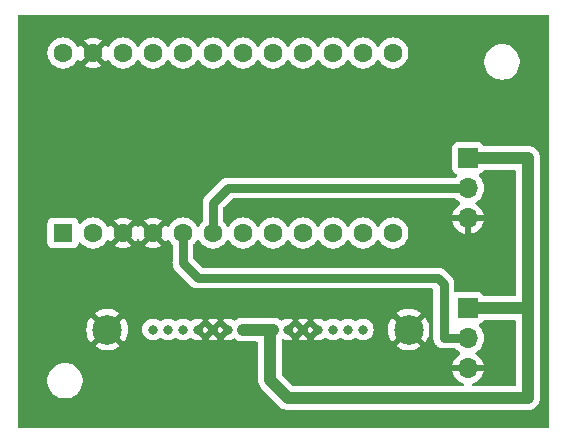
<source format=gtl>
G04 #@! TF.GenerationSoftware,KiCad,Pcbnew,7.0.1*
G04 #@! TF.CreationDate,2023-04-10T14:55:27+02:00*
G04 #@! TF.ProjectId,LightingNodeProV2,4c696768-7469-46e6-974e-6f646550726f,rev?*
G04 #@! TF.SameCoordinates,Original*
G04 #@! TF.FileFunction,Copper,L1,Top*
G04 #@! TF.FilePolarity,Positive*
%FSLAX46Y46*%
G04 Gerber Fmt 4.6, Leading zero omitted, Abs format (unit mm)*
G04 Created by KiCad (PCBNEW 7.0.1) date 2023-04-10 14:55:27*
%MOMM*%
%LPD*%
G01*
G04 APERTURE LIST*
G04 #@! TA.AperFunction,ComponentPad*
%ADD10R,1.700000X1.700000*%
G04 #@! TD*
G04 #@! TA.AperFunction,ComponentPad*
%ADD11O,1.700000X1.700000*%
G04 #@! TD*
G04 #@! TA.AperFunction,ComponentPad*
%ADD12R,1.600000X1.600000*%
G04 #@! TD*
G04 #@! TA.AperFunction,ComponentPad*
%ADD13C,1.600000*%
G04 #@! TD*
G04 #@! TA.AperFunction,ComponentPad*
%ADD14C,0.800000*%
G04 #@! TD*
G04 #@! TA.AperFunction,ComponentPad*
%ADD15C,2.500000*%
G04 #@! TD*
G04 #@! TA.AperFunction,Conductor*
%ADD16C,1.000000*%
G04 #@! TD*
G04 #@! TA.AperFunction,Conductor*
%ADD17C,0.750000*%
G04 #@! TD*
G04 APERTURE END LIST*
D10*
X160020000Y-87820000D03*
D11*
X160020000Y-90360000D03*
X160020000Y-92900000D03*
D12*
X125730000Y-94170000D03*
D13*
X128270000Y-94170000D03*
X130810000Y-94170000D03*
X133350000Y-94170000D03*
X135890000Y-94170000D03*
X138430000Y-94170000D03*
X140970000Y-94170000D03*
X143510000Y-94170000D03*
X146050000Y-94170000D03*
X148590000Y-94170000D03*
X151130000Y-94170000D03*
X153670000Y-94170000D03*
X153670000Y-78930000D03*
X151130000Y-78930000D03*
X148590000Y-78930000D03*
X146050000Y-78930000D03*
X143510000Y-78930000D03*
X140970000Y-78930000D03*
X138430000Y-78930000D03*
X135890000Y-78930000D03*
X133350000Y-78930000D03*
X130810000Y-78930000D03*
X128270000Y-78930000D03*
X125730000Y-78930000D03*
D14*
X133350000Y-102340000D03*
X134620000Y-102340000D03*
X135890000Y-102340000D03*
X137160000Y-102340000D03*
X138430000Y-102340000D03*
X139700000Y-102340000D03*
X140970000Y-102340000D03*
X142240000Y-102340000D03*
X143510000Y-102340000D03*
X144780000Y-102340000D03*
X146050000Y-102340000D03*
X147320000Y-102340000D03*
X148590000Y-102340000D03*
X149860000Y-102340000D03*
X151130000Y-102340000D03*
D15*
X129470000Y-102340000D03*
X155010000Y-102340000D03*
D10*
X160020000Y-100520000D03*
D11*
X160020000Y-103060000D03*
X160020000Y-105600000D03*
D16*
X143240000Y-106600000D02*
X144780000Y-108140000D01*
X143510000Y-102340000D02*
X140970000Y-102340000D01*
X143240000Y-102340000D02*
X143240000Y-106600000D01*
X144780000Y-108140000D02*
X165100000Y-108140000D01*
X160020000Y-100520000D02*
X165100000Y-100520000D01*
X165100000Y-87820000D02*
X160020000Y-87820000D01*
X165100000Y-108140000D02*
X165100000Y-87820000D01*
D17*
X137160000Y-97980000D02*
X157480000Y-97980000D01*
X157980000Y-103060000D02*
X160020000Y-103060000D01*
X135890000Y-96710000D02*
X137160000Y-97980000D01*
X135890000Y-94170000D02*
X135890000Y-96710000D01*
X157980000Y-98480000D02*
X157980000Y-103060000D01*
X157480000Y-97980000D02*
X157980000Y-98480000D01*
X139700000Y-90360000D02*
X160020000Y-90360000D01*
X138430000Y-91630000D02*
X139700000Y-90360000D01*
X138430000Y-94170000D02*
X138430000Y-91630000D01*
G04 #@! TA.AperFunction,Conductor*
G36*
X164029500Y-88845113D02*
G01*
X164074887Y-88890500D01*
X164091500Y-88952500D01*
X164091500Y-99387500D01*
X164074887Y-99449500D01*
X164029500Y-99494887D01*
X163967500Y-99511500D01*
X161439695Y-99511500D01*
X161390882Y-99501488D01*
X161349951Y-99473069D01*
X161323513Y-99430832D01*
X161320889Y-99423796D01*
X161293718Y-99387500D01*
X161233261Y-99306738D01*
X161116203Y-99219110D01*
X160979205Y-99168011D01*
X160948919Y-99164755D01*
X160918638Y-99161500D01*
X159121362Y-99161500D01*
X159090081Y-99164863D01*
X159060796Y-99168011D01*
X159030835Y-99179187D01*
X158972048Y-99186039D01*
X158916781Y-99164863D01*
X158877625Y-99120481D01*
X158863500Y-99063006D01*
X158863500Y-98559295D01*
X158865027Y-98539896D01*
X158867150Y-98526493D01*
X158863669Y-98460092D01*
X158863500Y-98453603D01*
X158863500Y-98433694D01*
X158863499Y-98433693D01*
X158861417Y-98413884D01*
X158860909Y-98407425D01*
X158857430Y-98341033D01*
X158857430Y-98341029D01*
X158853914Y-98327910D01*
X158850372Y-98308797D01*
X158848954Y-98295298D01*
X158828409Y-98232068D01*
X158826565Y-98225842D01*
X158809362Y-98161636D01*
X158803202Y-98149546D01*
X158795755Y-98131568D01*
X158791563Y-98118666D01*
X158758318Y-98061086D01*
X158755219Y-98055378D01*
X158725047Y-97996161D01*
X158716510Y-97985619D01*
X158705488Y-97969581D01*
X158698704Y-97957830D01*
X158654203Y-97908407D01*
X158650004Y-97903491D01*
X158637472Y-97888015D01*
X158623398Y-97873941D01*
X158618948Y-97869253D01*
X158574434Y-97819815D01*
X158567977Y-97815123D01*
X158563447Y-97811832D01*
X158548654Y-97799197D01*
X158160798Y-97411340D01*
X158148162Y-97396545D01*
X158140185Y-97385566D01*
X158138331Y-97383897D01*
X158090774Y-97341076D01*
X158086065Y-97336607D01*
X158071988Y-97322530D01*
X158064006Y-97316066D01*
X158056490Y-97309979D01*
X158051581Y-97305787D01*
X158002169Y-97261296D01*
X158002168Y-97261295D01*
X157990409Y-97254506D01*
X157974381Y-97243490D01*
X157963839Y-97234953D01*
X157963837Y-97234952D01*
X157963836Y-97234951D01*
X157904603Y-97204770D01*
X157898914Y-97201681D01*
X157841331Y-97168436D01*
X157841332Y-97168436D01*
X157841328Y-97168434D01*
X157828426Y-97164242D01*
X157810454Y-97156798D01*
X157798361Y-97150637D01*
X157734140Y-97133428D01*
X157727918Y-97131585D01*
X157664702Y-97111045D01*
X157651209Y-97109627D01*
X157632084Y-97106083D01*
X157618970Y-97102569D01*
X157552575Y-97099089D01*
X157546112Y-97098580D01*
X157526312Y-97096500D01*
X157526306Y-97096500D01*
X157506397Y-97096500D01*
X157499907Y-97096330D01*
X157433507Y-97092850D01*
X157433506Y-97092850D01*
X157420103Y-97094973D01*
X157400705Y-97096500D01*
X137577320Y-97096500D01*
X137529867Y-97087061D01*
X137489639Y-97060181D01*
X136809819Y-96380361D01*
X136782939Y-96340133D01*
X136773500Y-96292680D01*
X136773500Y-95188360D01*
X136782939Y-95140907D01*
X136809819Y-95100679D01*
X136845996Y-95064502D01*
X136896198Y-95014300D01*
X137027523Y-94826749D01*
X137047617Y-94783655D01*
X137093375Y-94731479D01*
X137160000Y-94712059D01*
X137226625Y-94731479D01*
X137272382Y-94783655D01*
X137292477Y-94826749D01*
X137423802Y-95014300D01*
X137585700Y-95176198D01*
X137773251Y-95307523D01*
X137980757Y-95404284D01*
X138201913Y-95463543D01*
X138430000Y-95483498D01*
X138658087Y-95463543D01*
X138879243Y-95404284D01*
X139086749Y-95307523D01*
X139274300Y-95176198D01*
X139436198Y-95014300D01*
X139567523Y-94826749D01*
X139587617Y-94783655D01*
X139633375Y-94731479D01*
X139700000Y-94712059D01*
X139766625Y-94731479D01*
X139812382Y-94783655D01*
X139832477Y-94826749D01*
X139963802Y-95014300D01*
X140125700Y-95176198D01*
X140313251Y-95307523D01*
X140520757Y-95404284D01*
X140741913Y-95463543D01*
X140970000Y-95483498D01*
X141198087Y-95463543D01*
X141419243Y-95404284D01*
X141626749Y-95307523D01*
X141814300Y-95176198D01*
X141976198Y-95014300D01*
X142107523Y-94826749D01*
X142127617Y-94783655D01*
X142173375Y-94731479D01*
X142240000Y-94712059D01*
X142306625Y-94731479D01*
X142352382Y-94783655D01*
X142372477Y-94826749D01*
X142503802Y-95014300D01*
X142665700Y-95176198D01*
X142853251Y-95307523D01*
X143060757Y-95404284D01*
X143281913Y-95463543D01*
X143510000Y-95483498D01*
X143738087Y-95463543D01*
X143959243Y-95404284D01*
X144166749Y-95307523D01*
X144354300Y-95176198D01*
X144516198Y-95014300D01*
X144647523Y-94826749D01*
X144667617Y-94783655D01*
X144713375Y-94731479D01*
X144780000Y-94712059D01*
X144846625Y-94731479D01*
X144892382Y-94783655D01*
X144912477Y-94826749D01*
X145043802Y-95014300D01*
X145205700Y-95176198D01*
X145393251Y-95307523D01*
X145600757Y-95404284D01*
X145821913Y-95463543D01*
X146050000Y-95483498D01*
X146278087Y-95463543D01*
X146499243Y-95404284D01*
X146706749Y-95307523D01*
X146894300Y-95176198D01*
X147056198Y-95014300D01*
X147187523Y-94826749D01*
X147207617Y-94783655D01*
X147253375Y-94731479D01*
X147320000Y-94712059D01*
X147386625Y-94731479D01*
X147432382Y-94783655D01*
X147452477Y-94826749D01*
X147583802Y-95014300D01*
X147745700Y-95176198D01*
X147933251Y-95307523D01*
X148140757Y-95404284D01*
X148361913Y-95463543D01*
X148590000Y-95483498D01*
X148818087Y-95463543D01*
X149039243Y-95404284D01*
X149246749Y-95307523D01*
X149434300Y-95176198D01*
X149596198Y-95014300D01*
X149727523Y-94826749D01*
X149747617Y-94783655D01*
X149793375Y-94731479D01*
X149860000Y-94712059D01*
X149926625Y-94731479D01*
X149972382Y-94783655D01*
X149992477Y-94826749D01*
X150123802Y-95014300D01*
X150285700Y-95176198D01*
X150473251Y-95307523D01*
X150680757Y-95404284D01*
X150901913Y-95463543D01*
X151130000Y-95483498D01*
X151358087Y-95463543D01*
X151579243Y-95404284D01*
X151786749Y-95307523D01*
X151974300Y-95176198D01*
X152136198Y-95014300D01*
X152267523Y-94826749D01*
X152287617Y-94783655D01*
X152333375Y-94731479D01*
X152400000Y-94712059D01*
X152466625Y-94731479D01*
X152512382Y-94783655D01*
X152532477Y-94826749D01*
X152663802Y-95014300D01*
X152825700Y-95176198D01*
X153013251Y-95307523D01*
X153220757Y-95404284D01*
X153441913Y-95463543D01*
X153670000Y-95483498D01*
X153898087Y-95463543D01*
X154119243Y-95404284D01*
X154326749Y-95307523D01*
X154514300Y-95176198D01*
X154676198Y-95014300D01*
X154807523Y-94826749D01*
X154904284Y-94619243D01*
X154963543Y-94398087D01*
X154983498Y-94170000D01*
X154963543Y-93941913D01*
X154904284Y-93720757D01*
X154807523Y-93513251D01*
X154676198Y-93325700D01*
X154514300Y-93163802D01*
X154494589Y-93150000D01*
X158689364Y-93150000D01*
X158746569Y-93363492D01*
X158846399Y-93577576D01*
X158981893Y-93771081D01*
X159148918Y-93938106D01*
X159342423Y-94073600D01*
X159556507Y-94173430D01*
X159769999Y-94230635D01*
X159770000Y-94230636D01*
X159770000Y-93150000D01*
X160270000Y-93150000D01*
X160270000Y-94230635D01*
X160483492Y-94173430D01*
X160697576Y-94073600D01*
X160891081Y-93938106D01*
X161058106Y-93771081D01*
X161193600Y-93577576D01*
X161293430Y-93363492D01*
X161350636Y-93150000D01*
X160270000Y-93150000D01*
X159770000Y-93150000D01*
X158689364Y-93150000D01*
X154494589Y-93150000D01*
X154326749Y-93032477D01*
X154326746Y-93032476D01*
X154326744Y-93032474D01*
X154119246Y-92935717D01*
X154119243Y-92935716D01*
X153929440Y-92884858D01*
X153898084Y-92876456D01*
X153669999Y-92856501D01*
X153441915Y-92876456D01*
X153220753Y-92935717D01*
X153013255Y-93032474D01*
X152825696Y-93163805D01*
X152663805Y-93325696D01*
X152663804Y-93325698D01*
X152663802Y-93325700D01*
X152580599Y-93444527D01*
X152532476Y-93513253D01*
X152512382Y-93556345D01*
X152466625Y-93608521D01*
X152400000Y-93627940D01*
X152333375Y-93608521D01*
X152287618Y-93556345D01*
X152286214Y-93553334D01*
X152267523Y-93513251D01*
X152136198Y-93325700D01*
X151974300Y-93163802D01*
X151786749Y-93032477D01*
X151786746Y-93032476D01*
X151786744Y-93032474D01*
X151579246Y-92935717D01*
X151579243Y-92935716D01*
X151389440Y-92884858D01*
X151358084Y-92876456D01*
X151129999Y-92856501D01*
X150901915Y-92876456D01*
X150680753Y-92935717D01*
X150473255Y-93032474D01*
X150285696Y-93163805D01*
X150123805Y-93325696D01*
X150123804Y-93325698D01*
X150123802Y-93325700D01*
X150040599Y-93444527D01*
X149992476Y-93513253D01*
X149972382Y-93556345D01*
X149926625Y-93608521D01*
X149860000Y-93627940D01*
X149793375Y-93608521D01*
X149747618Y-93556345D01*
X149746214Y-93553334D01*
X149727523Y-93513251D01*
X149596198Y-93325700D01*
X149434300Y-93163802D01*
X149246749Y-93032477D01*
X149246746Y-93032476D01*
X149246744Y-93032474D01*
X149039246Y-92935717D01*
X149039243Y-92935716D01*
X148849440Y-92884858D01*
X148818084Y-92876456D01*
X148589999Y-92856501D01*
X148361915Y-92876456D01*
X148140753Y-92935717D01*
X147933255Y-93032474D01*
X147745696Y-93163805D01*
X147583805Y-93325696D01*
X147583804Y-93325698D01*
X147583802Y-93325700D01*
X147500599Y-93444527D01*
X147452476Y-93513253D01*
X147432382Y-93556345D01*
X147386625Y-93608521D01*
X147320000Y-93627940D01*
X147253375Y-93608521D01*
X147207618Y-93556345D01*
X147206214Y-93553334D01*
X147187523Y-93513251D01*
X147056198Y-93325700D01*
X146894300Y-93163802D01*
X146706749Y-93032477D01*
X146706746Y-93032476D01*
X146706744Y-93032474D01*
X146499246Y-92935717D01*
X146499243Y-92935716D01*
X146309440Y-92884858D01*
X146278084Y-92876456D01*
X146049999Y-92856501D01*
X145821915Y-92876456D01*
X145600753Y-92935717D01*
X145393255Y-93032474D01*
X145205696Y-93163805D01*
X145043805Y-93325696D01*
X145043804Y-93325698D01*
X145043802Y-93325700D01*
X144960599Y-93444527D01*
X144912476Y-93513253D01*
X144892382Y-93556345D01*
X144846625Y-93608521D01*
X144780000Y-93627940D01*
X144713375Y-93608521D01*
X144667618Y-93556345D01*
X144666214Y-93553334D01*
X144647523Y-93513251D01*
X144516198Y-93325700D01*
X144354300Y-93163802D01*
X144166749Y-93032477D01*
X144166746Y-93032476D01*
X144166744Y-93032474D01*
X143959246Y-92935717D01*
X143959243Y-92935716D01*
X143769440Y-92884858D01*
X143738084Y-92876456D01*
X143509999Y-92856501D01*
X143281915Y-92876456D01*
X143060753Y-92935717D01*
X142853255Y-93032474D01*
X142665696Y-93163805D01*
X142503805Y-93325696D01*
X142503804Y-93325698D01*
X142503802Y-93325700D01*
X142420599Y-93444527D01*
X142372476Y-93513253D01*
X142352382Y-93556345D01*
X142306625Y-93608521D01*
X142240000Y-93627940D01*
X142173375Y-93608521D01*
X142127618Y-93556345D01*
X142126214Y-93553334D01*
X142107523Y-93513251D01*
X141976198Y-93325700D01*
X141814300Y-93163802D01*
X141626749Y-93032477D01*
X141626746Y-93032476D01*
X141626744Y-93032474D01*
X141419246Y-92935717D01*
X141419243Y-92935716D01*
X141229440Y-92884858D01*
X141198084Y-92876456D01*
X140969999Y-92856501D01*
X140741915Y-92876456D01*
X140520753Y-92935717D01*
X140313255Y-93032474D01*
X140125696Y-93163805D01*
X139963805Y-93325696D01*
X139963804Y-93325698D01*
X139963802Y-93325700D01*
X139880599Y-93444527D01*
X139832476Y-93513253D01*
X139812382Y-93556345D01*
X139766625Y-93608521D01*
X139700000Y-93627940D01*
X139633375Y-93608521D01*
X139587618Y-93556345D01*
X139586214Y-93553334D01*
X139567523Y-93513251D01*
X139436198Y-93325700D01*
X139349819Y-93239321D01*
X139322939Y-93199093D01*
X139313500Y-93151640D01*
X139313500Y-92047320D01*
X139322939Y-91999867D01*
X139349819Y-91959639D01*
X140029639Y-91279819D01*
X140069867Y-91252939D01*
X140117320Y-91243500D01*
X158932447Y-91243500D01*
X158982257Y-91253944D01*
X159023676Y-91283517D01*
X159038423Y-91299536D01*
X159096760Y-91362906D01*
X159274424Y-91501189D01*
X159317697Y-91524607D01*
X159363336Y-91567156D01*
X159382475Y-91626545D01*
X159370267Y-91687737D01*
X159329803Y-91735236D01*
X159148918Y-91861893D01*
X158981890Y-92028921D01*
X158846400Y-92222421D01*
X158746569Y-92436507D01*
X158689364Y-92649999D01*
X158689364Y-92650000D01*
X161350636Y-92650000D01*
X161350635Y-92649999D01*
X161293430Y-92436507D01*
X161193599Y-92222421D01*
X161058109Y-92028921D01*
X160891081Y-91861893D01*
X160710197Y-91735236D01*
X160669733Y-91687737D01*
X160657525Y-91626545D01*
X160676664Y-91567156D01*
X160722302Y-91524607D01*
X160765576Y-91501189D01*
X160943240Y-91362906D01*
X161095722Y-91197268D01*
X161218860Y-91008791D01*
X161309296Y-90802616D01*
X161364564Y-90584368D01*
X161383156Y-90360000D01*
X161364564Y-90135632D01*
X161309296Y-89917384D01*
X161218860Y-89711209D01*
X161095722Y-89522732D01*
X161095721Y-89522731D01*
X161095718Y-89522726D01*
X160950510Y-89364990D01*
X160921736Y-89312238D01*
X160921143Y-89252151D01*
X160948870Y-89198840D01*
X160998401Y-89164827D01*
X161116204Y-89120889D01*
X161233261Y-89033261D01*
X161320889Y-88916204D01*
X161323513Y-88909166D01*
X161349951Y-88866931D01*
X161390882Y-88838512D01*
X161439695Y-88828500D01*
X163967500Y-88828500D01*
X164029500Y-88845113D01*
G37*
G04 #@! TD.AperFunction*
G04 #@! TA.AperFunction,Conductor*
G36*
X166857500Y-75697113D02*
G01*
X166902887Y-75742500D01*
X166919500Y-75804500D01*
X166919500Y-110555500D01*
X166902887Y-110617500D01*
X166857500Y-110662887D01*
X166795500Y-110679500D01*
X122044500Y-110679500D01*
X121982500Y-110662887D01*
X121937113Y-110617500D01*
X121920500Y-110555500D01*
X121920500Y-106804335D01*
X124419500Y-106804335D01*
X124460429Y-107049615D01*
X124499356Y-107163004D01*
X124541172Y-107284810D01*
X124558359Y-107316568D01*
X124659529Y-107503514D01*
X124795036Y-107677612D01*
X124812262Y-107699744D01*
X124995215Y-107868164D01*
X125203393Y-108004173D01*
X125431119Y-108104063D01*
X125672179Y-108165108D01*
X125746480Y-108171264D01*
X125857927Y-108180500D01*
X125857933Y-108180500D01*
X125982067Y-108180500D01*
X125982073Y-108180500D01*
X126083387Y-108172104D01*
X126167821Y-108165108D01*
X126408881Y-108104063D01*
X126636607Y-108004173D01*
X126844785Y-107868164D01*
X127027738Y-107699744D01*
X127180474Y-107503509D01*
X127298828Y-107284810D01*
X127379571Y-107049614D01*
X127420500Y-106804335D01*
X127420500Y-106555665D01*
X127379571Y-106310386D01*
X127298828Y-106075190D01*
X127180474Y-105856491D01*
X127180471Y-105856487D01*
X127180470Y-105856485D01*
X127027740Y-105660259D01*
X127027738Y-105660256D01*
X126844785Y-105491836D01*
X126636607Y-105355827D01*
X126636604Y-105355825D01*
X126511523Y-105300960D01*
X126408881Y-105255937D01*
X126167821Y-105194892D01*
X126167819Y-105194891D01*
X126167816Y-105194891D01*
X125982073Y-105179500D01*
X125982067Y-105179500D01*
X125857933Y-105179500D01*
X125857927Y-105179500D01*
X125672183Y-105194891D01*
X125672179Y-105194891D01*
X125672179Y-105194892D01*
X125431119Y-105255937D01*
X125431116Y-105255938D01*
X125431117Y-105255938D01*
X125203395Y-105355825D01*
X125064607Y-105446499D01*
X124995215Y-105491836D01*
X124995213Y-105491837D01*
X124995214Y-105491837D01*
X124812259Y-105660259D01*
X124659529Y-105856485D01*
X124541170Y-106075194D01*
X124460429Y-106310384D01*
X124419500Y-106555665D01*
X124419500Y-106804335D01*
X121920500Y-106804335D01*
X121920500Y-103742720D01*
X128420831Y-103742720D01*
X128592546Y-103859793D01*
X128828860Y-103973596D01*
X129079496Y-104050908D01*
X129338856Y-104090000D01*
X129601144Y-104090000D01*
X129860503Y-104050908D01*
X130111139Y-103973596D01*
X130347456Y-103859792D01*
X130519167Y-103742720D01*
X129470001Y-102693553D01*
X129470000Y-102693553D01*
X128420831Y-103742720D01*
X121920500Y-103742720D01*
X121920500Y-102339999D01*
X127715092Y-102339999D01*
X127734693Y-102601552D01*
X127793059Y-102857270D01*
X127888882Y-103101424D01*
X128020027Y-103328573D01*
X128067873Y-103388571D01*
X129116446Y-102340000D01*
X129116446Y-102339999D01*
X129823552Y-102339999D01*
X130872124Y-103388571D01*
X130919972Y-103328572D01*
X131051117Y-103101423D01*
X131146940Y-102857270D01*
X131205306Y-102601552D01*
X131224907Y-102340000D01*
X132436496Y-102340000D01*
X132456458Y-102529929D01*
X132515472Y-102711556D01*
X132610957Y-102876941D01*
X132640355Y-102909591D01*
X132738747Y-103018866D01*
X132892520Y-103130589D01*
X132893248Y-103131118D01*
X133067714Y-103208795D01*
X133254511Y-103248500D01*
X133254513Y-103248500D01*
X133445487Y-103248500D01*
X133445489Y-103248500D01*
X133632285Y-103208795D01*
X133632286Y-103208794D01*
X133632288Y-103208794D01*
X133806752Y-103131118D01*
X133912116Y-103054565D01*
X133959219Y-103033595D01*
X134010781Y-103033595D01*
X134057883Y-103054565D01*
X134162520Y-103130589D01*
X134163248Y-103131118D01*
X134337714Y-103208795D01*
X134524511Y-103248500D01*
X134524513Y-103248500D01*
X134715487Y-103248500D01*
X134715489Y-103248500D01*
X134902285Y-103208795D01*
X134902286Y-103208794D01*
X134902288Y-103208794D01*
X135076752Y-103131118D01*
X135182116Y-103054565D01*
X135229219Y-103033595D01*
X135280781Y-103033595D01*
X135327883Y-103054565D01*
X135432520Y-103130589D01*
X135433248Y-103131118D01*
X135607714Y-103208795D01*
X135794511Y-103248500D01*
X135794513Y-103248500D01*
X135985487Y-103248500D01*
X135985489Y-103248500D01*
X136172285Y-103208795D01*
X136172286Y-103208794D01*
X136172288Y-103208794D01*
X136346752Y-103131118D01*
X136459346Y-103049312D01*
X136506448Y-103028342D01*
X136558011Y-103028342D01*
X136605116Y-103049314D01*
X136707521Y-103123716D01*
X136880355Y-103200666D01*
X137065405Y-103240000D01*
X137254594Y-103240000D01*
X137439644Y-103200665D01*
X137597037Y-103130589D01*
X137992961Y-103130589D01*
X138150357Y-103200666D01*
X138335405Y-103240000D01*
X138524594Y-103240000D01*
X138709644Y-103200665D01*
X138867037Y-103130589D01*
X138430001Y-102693553D01*
X138430000Y-102693553D01*
X137992961Y-103130589D01*
X137597037Y-103130589D01*
X136894128Y-102427680D01*
X136862034Y-102372092D01*
X136862034Y-102340000D01*
X137513553Y-102340000D01*
X137795000Y-102621447D01*
X138076447Y-102340000D01*
X138783553Y-102340000D01*
X139065000Y-102621447D01*
X139346447Y-102340000D01*
X139065000Y-102058553D01*
X138783553Y-102340000D01*
X138076447Y-102340000D01*
X137795000Y-102058553D01*
X137513553Y-102340000D01*
X136862034Y-102340000D01*
X136862034Y-102307905D01*
X136894128Y-102252318D01*
X137160000Y-101986447D01*
X137597037Y-101549409D01*
X137992961Y-101549409D01*
X138430000Y-101986447D01*
X138430001Y-101986447D01*
X138867037Y-101549409D01*
X138709644Y-101479333D01*
X138524595Y-101440000D01*
X138335405Y-101440000D01*
X138150355Y-101479333D01*
X137992961Y-101549409D01*
X137597037Y-101549409D01*
X137439644Y-101479333D01*
X137254595Y-101440000D01*
X137065405Y-101440000D01*
X136880355Y-101479333D01*
X136707522Y-101556283D01*
X136605115Y-101630686D01*
X136558010Y-101651657D01*
X136506449Y-101651657D01*
X136459344Y-101630685D01*
X136346751Y-101548881D01*
X136172285Y-101471204D01*
X135985489Y-101431500D01*
X135985487Y-101431500D01*
X135794513Y-101431500D01*
X135794511Y-101431500D01*
X135607714Y-101471204D01*
X135433245Y-101548882D01*
X135327884Y-101625432D01*
X135280780Y-101646404D01*
X135229217Y-101646404D01*
X135182114Y-101625432D01*
X135100241Y-101565948D01*
X135076751Y-101548881D01*
X134902285Y-101471204D01*
X134715489Y-101431500D01*
X134715487Y-101431500D01*
X134524513Y-101431500D01*
X134524511Y-101431500D01*
X134337714Y-101471204D01*
X134163245Y-101548882D01*
X134057884Y-101625432D01*
X134010780Y-101646404D01*
X133959217Y-101646404D01*
X133912114Y-101625432D01*
X133830241Y-101565948D01*
X133806751Y-101548881D01*
X133632285Y-101471204D01*
X133445489Y-101431500D01*
X133445487Y-101431500D01*
X133254513Y-101431500D01*
X133254511Y-101431500D01*
X133067714Y-101471204D01*
X132893248Y-101548881D01*
X132738748Y-101661133D01*
X132610957Y-101803058D01*
X132515472Y-101968443D01*
X132456458Y-102150070D01*
X132436496Y-102340000D01*
X131224907Y-102340000D01*
X131205306Y-102078447D01*
X131146940Y-101822729D01*
X131051117Y-101578575D01*
X130919972Y-101351426D01*
X130872125Y-101291427D01*
X129823552Y-102339999D01*
X129116446Y-102339999D01*
X129116446Y-102339998D01*
X128067874Y-101291428D01*
X128020026Y-101351428D01*
X127888882Y-101578576D01*
X127793059Y-101822729D01*
X127734693Y-102078447D01*
X127715092Y-102339999D01*
X121920500Y-102339999D01*
X121920500Y-100937278D01*
X128420831Y-100937278D01*
X129469998Y-101986446D01*
X129469999Y-101986446D01*
X130519167Y-100937278D01*
X153960832Y-100937278D01*
X155010000Y-101986446D01*
X155010001Y-101986446D01*
X156059167Y-100937278D01*
X155887451Y-100820205D01*
X155651139Y-100706403D01*
X155400503Y-100629091D01*
X155141144Y-100590000D01*
X154878856Y-100590000D01*
X154619496Y-100629091D01*
X154368860Y-100706403D01*
X154132545Y-100820206D01*
X153960832Y-100937278D01*
X130519167Y-100937278D01*
X130347451Y-100820205D01*
X130111139Y-100706403D01*
X129860503Y-100629091D01*
X129601144Y-100590000D01*
X129338856Y-100590000D01*
X129079496Y-100629091D01*
X128828860Y-100706403D01*
X128592545Y-100820206D01*
X128420831Y-100937278D01*
X121920500Y-100937278D01*
X121920500Y-95018634D01*
X124421500Y-95018634D01*
X124428011Y-95079205D01*
X124479110Y-95216203D01*
X124566738Y-95333261D01*
X124683796Y-95420889D01*
X124820794Y-95471988D01*
X124820797Y-95471988D01*
X124820799Y-95471989D01*
X124881362Y-95478500D01*
X126578634Y-95478500D01*
X126578638Y-95478500D01*
X126639201Y-95471989D01*
X126639203Y-95471988D01*
X126639205Y-95471988D01*
X126717124Y-95442924D01*
X126776204Y-95420889D01*
X126893261Y-95333261D01*
X126980889Y-95216204D01*
X127031989Y-95079201D01*
X127033569Y-95064500D01*
X127053948Y-95008580D01*
X127098037Y-94968596D01*
X127155679Y-94953762D01*
X127213592Y-94967496D01*
X127258431Y-95006629D01*
X127263802Y-95014300D01*
X127425700Y-95176198D01*
X127613251Y-95307523D01*
X127820757Y-95404284D01*
X128041913Y-95463543D01*
X128270000Y-95483498D01*
X128498087Y-95463543D01*
X128719243Y-95404284D01*
X128926749Y-95307523D01*
X129010291Y-95249026D01*
X130084526Y-95249026D01*
X130157515Y-95300133D01*
X130363673Y-95396266D01*
X130583397Y-95455141D01*
X130810000Y-95474966D01*
X131036602Y-95455141D01*
X131256326Y-95396266D01*
X131462480Y-95300134D01*
X131535471Y-95249026D01*
X132624526Y-95249026D01*
X132697515Y-95300133D01*
X132903673Y-95396266D01*
X133123397Y-95455141D01*
X133350000Y-95474966D01*
X133576602Y-95455141D01*
X133796326Y-95396266D01*
X134002480Y-95300134D01*
X134075472Y-95249025D01*
X133350001Y-94523553D01*
X133350000Y-94523553D01*
X132624526Y-95249025D01*
X132624526Y-95249026D01*
X131535471Y-95249026D01*
X131535472Y-95249025D01*
X130810001Y-94523553D01*
X130810000Y-94523553D01*
X130084526Y-95249025D01*
X130084526Y-95249026D01*
X129010291Y-95249026D01*
X129114300Y-95176198D01*
X129276198Y-95014300D01*
X129407523Y-94826749D01*
X129432308Y-94773596D01*
X129478061Y-94721424D01*
X129544686Y-94702003D01*
X129611312Y-94721422D01*
X129657070Y-94773597D01*
X129679867Y-94822485D01*
X129730972Y-94895471D01*
X129730973Y-94895472D01*
X130456446Y-94170000D01*
X130456446Y-94169999D01*
X131163553Y-94169999D01*
X131889025Y-94895472D01*
X131940135Y-94822479D01*
X131967618Y-94763543D01*
X132013375Y-94711367D01*
X132080000Y-94691947D01*
X132146625Y-94711367D01*
X132192382Y-94763543D01*
X132219865Y-94822482D01*
X132270972Y-94895471D01*
X132270973Y-94895472D01*
X132996446Y-94169999D01*
X133703553Y-94169999D01*
X134429025Y-94895472D01*
X134480133Y-94822481D01*
X134502927Y-94773600D01*
X134548683Y-94721423D01*
X134615309Y-94702003D01*
X134681934Y-94721422D01*
X134727692Y-94773598D01*
X134752475Y-94826746D01*
X134752476Y-94826748D01*
X134752477Y-94826749D01*
X134883802Y-95014300D01*
X134883804Y-95014302D01*
X134883805Y-95014303D01*
X134970181Y-95100679D01*
X134997061Y-95140907D01*
X135006500Y-95188360D01*
X135006500Y-96630705D01*
X135004973Y-96650104D01*
X135002850Y-96663506D01*
X135006330Y-96729907D01*
X135006500Y-96736397D01*
X135006500Y-96756312D01*
X135008580Y-96776112D01*
X135009089Y-96782575D01*
X135012569Y-96848970D01*
X135016083Y-96862084D01*
X135019627Y-96881209D01*
X135021045Y-96894702D01*
X135041585Y-96957918D01*
X135043428Y-96964140D01*
X135060637Y-97028361D01*
X135066798Y-97040454D01*
X135074242Y-97058426D01*
X135078434Y-97071328D01*
X135078436Y-97071331D01*
X135111681Y-97128914D01*
X135114770Y-97134603D01*
X135128336Y-97161227D01*
X135144953Y-97193839D01*
X135153490Y-97204381D01*
X135164506Y-97220409D01*
X135171296Y-97232169D01*
X135215787Y-97281581D01*
X135219979Y-97286490D01*
X135232528Y-97301986D01*
X135232530Y-97301988D01*
X135246608Y-97316066D01*
X135251077Y-97320775D01*
X135295566Y-97370185D01*
X135306545Y-97378162D01*
X135321340Y-97390798D01*
X136479201Y-98548659D01*
X136491839Y-98563456D01*
X136499814Y-98574434D01*
X136549223Y-98618921D01*
X136553931Y-98623389D01*
X136568014Y-98637472D01*
X136583505Y-98650017D01*
X136588420Y-98654214D01*
X136637831Y-98698704D01*
X136649583Y-98705489D01*
X136665617Y-98716508D01*
X136676161Y-98725047D01*
X136735388Y-98755224D01*
X136741086Y-98758318D01*
X136798666Y-98791563D01*
X136811568Y-98795755D01*
X136829546Y-98803202D01*
X136841636Y-98809362D01*
X136905842Y-98826565D01*
X136912068Y-98828409D01*
X136936508Y-98836350D01*
X136975298Y-98848954D01*
X136988797Y-98850372D01*
X137007910Y-98853914D01*
X137021029Y-98857430D01*
X137087417Y-98860908D01*
X137093884Y-98861417D01*
X137113694Y-98863500D01*
X137133616Y-98863500D01*
X137140105Y-98863670D01*
X137206493Y-98867149D01*
X137217937Y-98865336D01*
X137219899Y-98865026D01*
X137239294Y-98863500D01*
X156972500Y-98863500D01*
X157034500Y-98880113D01*
X157079887Y-98925500D01*
X157096500Y-98987500D01*
X157096500Y-102967140D01*
X157096500Y-103152860D01*
X157099335Y-103166197D01*
X157104827Y-103192036D01*
X157106856Y-103204851D01*
X157111045Y-103244698D01*
X157111045Y-103244700D01*
X157111046Y-103244702D01*
X157122345Y-103279477D01*
X157123425Y-103282801D01*
X157126783Y-103295333D01*
X157135113Y-103334521D01*
X157135114Y-103334523D01*
X157151405Y-103371116D01*
X157156054Y-103383226D01*
X157168436Y-103421332D01*
X157188469Y-103456030D01*
X157194359Y-103467589D01*
X157210652Y-103504183D01*
X157210653Y-103504184D01*
X157234193Y-103536584D01*
X157241264Y-103547472D01*
X157261295Y-103582169D01*
X157288102Y-103611941D01*
X157296270Y-103622028D01*
X157319813Y-103654432D01*
X157349582Y-103681236D01*
X157358761Y-103690415D01*
X157385566Y-103720185D01*
X157417976Y-103743732D01*
X157428057Y-103751895D01*
X157457831Y-103778704D01*
X157492525Y-103798734D01*
X157503404Y-103805799D01*
X157535816Y-103829348D01*
X157535817Y-103829348D01*
X157535818Y-103829349D01*
X157572412Y-103845642D01*
X157583969Y-103851530D01*
X157618669Y-103871564D01*
X157656777Y-103883945D01*
X157668883Y-103888593D01*
X157680937Y-103893960D01*
X157705480Y-103904888D01*
X157744661Y-103913216D01*
X157757199Y-103916575D01*
X157795297Y-103928954D01*
X157802213Y-103929680D01*
X157835145Y-103933141D01*
X157847944Y-103935168D01*
X157887140Y-103943500D01*
X157933694Y-103943500D01*
X158072860Y-103943500D01*
X158932447Y-103943500D01*
X158982257Y-103953944D01*
X159023676Y-103983517D01*
X159085715Y-104050908D01*
X159096760Y-104062906D01*
X159274424Y-104201189D01*
X159317697Y-104224607D01*
X159363336Y-104267156D01*
X159382475Y-104326545D01*
X159370267Y-104387737D01*
X159329803Y-104435236D01*
X159148918Y-104561893D01*
X158981890Y-104728921D01*
X158846400Y-104922421D01*
X158746569Y-105136507D01*
X158689364Y-105349999D01*
X158689364Y-105350000D01*
X161350636Y-105350000D01*
X161350635Y-105349999D01*
X161293430Y-105136507D01*
X161193599Y-104922421D01*
X161058109Y-104728921D01*
X160891081Y-104561893D01*
X160710197Y-104435236D01*
X160669733Y-104387737D01*
X160657525Y-104326545D01*
X160676664Y-104267156D01*
X160722302Y-104224607D01*
X160765576Y-104201189D01*
X160943240Y-104062906D01*
X161095722Y-103897268D01*
X161218860Y-103708791D01*
X161309296Y-103502616D01*
X161364564Y-103284368D01*
X161383156Y-103060000D01*
X161364564Y-102835632D01*
X161309296Y-102617384D01*
X161218860Y-102411209D01*
X161095722Y-102222732D01*
X161095721Y-102222731D01*
X161095718Y-102222726D01*
X160950510Y-102064990D01*
X160921736Y-102012238D01*
X160921143Y-101952151D01*
X160948870Y-101898840D01*
X160998401Y-101864827D01*
X161116204Y-101820889D01*
X161233261Y-101733261D01*
X161320889Y-101616204D01*
X161323513Y-101609166D01*
X161349951Y-101566931D01*
X161390882Y-101538512D01*
X161439695Y-101528500D01*
X163967500Y-101528500D01*
X164029500Y-101545113D01*
X164074887Y-101590500D01*
X164091500Y-101652500D01*
X164091500Y-107007500D01*
X164074887Y-107069500D01*
X164029500Y-107114887D01*
X163967500Y-107131500D01*
X160462239Y-107131500D01*
X160404982Y-107117489D01*
X160360664Y-107078624D01*
X160339300Y-107023685D01*
X160345717Y-106965090D01*
X160378466Y-106916078D01*
X160430145Y-106887725D01*
X160483492Y-106873430D01*
X160697576Y-106773600D01*
X160891081Y-106638106D01*
X161058106Y-106471081D01*
X161193600Y-106277576D01*
X161293430Y-106063492D01*
X161350636Y-105850000D01*
X158689364Y-105850000D01*
X158746569Y-106063492D01*
X158846399Y-106277576D01*
X158981893Y-106471081D01*
X159148918Y-106638106D01*
X159342423Y-106773600D01*
X159556507Y-106873430D01*
X159609855Y-106887725D01*
X159661534Y-106916078D01*
X159694283Y-106965090D01*
X159700700Y-107023685D01*
X159679336Y-107078624D01*
X159635018Y-107117489D01*
X159577761Y-107131500D01*
X145249096Y-107131500D01*
X145201643Y-107122061D01*
X145161415Y-107095181D01*
X144284819Y-106218585D01*
X144257939Y-106178357D01*
X144248500Y-106130904D01*
X144248500Y-103742720D01*
X153960831Y-103742720D01*
X154132546Y-103859793D01*
X154368860Y-103973596D01*
X154619496Y-104050908D01*
X154878856Y-104090000D01*
X155141144Y-104090000D01*
X155400503Y-104050908D01*
X155651139Y-103973596D01*
X155887456Y-103859792D01*
X156059167Y-103742720D01*
X155010001Y-102693553D01*
X155010000Y-102693553D01*
X153960831Y-103742720D01*
X144248500Y-103742720D01*
X144248500Y-103279477D01*
X144263527Y-103220309D01*
X144304964Y-103175482D01*
X144362771Y-103155859D01*
X144422935Y-103166197D01*
X144500355Y-103200666D01*
X144685405Y-103240000D01*
X144874594Y-103240000D01*
X145059644Y-103200665D01*
X145217037Y-103130589D01*
X145612961Y-103130589D01*
X145770357Y-103200666D01*
X145955405Y-103240000D01*
X146144594Y-103240000D01*
X146329644Y-103200665D01*
X146487037Y-103130589D01*
X146882961Y-103130589D01*
X147040357Y-103200666D01*
X147225405Y-103240000D01*
X147414595Y-103240000D01*
X147599644Y-103200666D01*
X147772482Y-103123714D01*
X147874883Y-103049315D01*
X147921987Y-103028342D01*
X147973550Y-103028342D01*
X148020654Y-103049313D01*
X148035363Y-103060000D01*
X148133248Y-103131118D01*
X148307714Y-103208795D01*
X148494511Y-103248500D01*
X148494513Y-103248500D01*
X148685487Y-103248500D01*
X148685489Y-103248500D01*
X148872285Y-103208795D01*
X148872286Y-103208794D01*
X148872288Y-103208794D01*
X149046752Y-103131118D01*
X149152116Y-103054565D01*
X149199219Y-103033595D01*
X149250781Y-103033595D01*
X149297883Y-103054565D01*
X149402520Y-103130589D01*
X149403248Y-103131118D01*
X149577714Y-103208795D01*
X149764511Y-103248500D01*
X149764513Y-103248500D01*
X149955487Y-103248500D01*
X149955489Y-103248500D01*
X150142285Y-103208795D01*
X150142286Y-103208794D01*
X150142288Y-103208794D01*
X150316752Y-103131118D01*
X150422116Y-103054565D01*
X150469219Y-103033595D01*
X150520781Y-103033595D01*
X150567883Y-103054565D01*
X150672520Y-103130589D01*
X150673248Y-103131118D01*
X150847714Y-103208795D01*
X151034511Y-103248500D01*
X151034513Y-103248500D01*
X151225487Y-103248500D01*
X151225489Y-103248500D01*
X151412285Y-103208795D01*
X151412286Y-103208794D01*
X151412288Y-103208794D01*
X151586752Y-103131118D01*
X151741253Y-103018866D01*
X151869040Y-102876944D01*
X151964527Y-102711556D01*
X152023542Y-102529928D01*
X152043504Y-102340000D01*
X153255092Y-102340000D01*
X153274693Y-102601552D01*
X153333059Y-102857270D01*
X153428882Y-103101424D01*
X153560027Y-103328573D01*
X153607873Y-103388571D01*
X154656444Y-102340000D01*
X155363553Y-102340000D01*
X156412124Y-103388571D01*
X156459972Y-103328572D01*
X156591117Y-103101423D01*
X156686940Y-102857270D01*
X156745306Y-102601552D01*
X156764907Y-102340000D01*
X156745306Y-102078447D01*
X156686940Y-101822729D01*
X156591117Y-101578575D01*
X156459972Y-101351426D01*
X156412125Y-101291427D01*
X156412124Y-101291427D01*
X155363553Y-102339998D01*
X155363553Y-102340000D01*
X154656444Y-102340000D01*
X154656445Y-102339999D01*
X153607874Y-101291428D01*
X153560026Y-101351428D01*
X153428882Y-101578576D01*
X153333059Y-101822729D01*
X153274693Y-102078447D01*
X153255092Y-102340000D01*
X152043504Y-102340000D01*
X152023542Y-102150072D01*
X151970377Y-101986447D01*
X151964527Y-101968443D01*
X151869042Y-101803058D01*
X151806196Y-101733261D01*
X151741253Y-101661134D01*
X151616390Y-101570415D01*
X151586751Y-101548881D01*
X151412285Y-101471204D01*
X151225489Y-101431500D01*
X151225487Y-101431500D01*
X151034513Y-101431500D01*
X151034511Y-101431500D01*
X150847714Y-101471204D01*
X150673245Y-101548882D01*
X150567884Y-101625432D01*
X150520780Y-101646404D01*
X150469217Y-101646404D01*
X150422114Y-101625432D01*
X150340241Y-101565948D01*
X150316751Y-101548881D01*
X150142285Y-101471204D01*
X149955489Y-101431500D01*
X149955487Y-101431500D01*
X149764513Y-101431500D01*
X149764511Y-101431500D01*
X149577714Y-101471204D01*
X149403245Y-101548882D01*
X149297884Y-101625432D01*
X149250780Y-101646404D01*
X149199217Y-101646404D01*
X149152114Y-101625432D01*
X149070241Y-101565948D01*
X149046751Y-101548881D01*
X148872285Y-101471204D01*
X148685489Y-101431500D01*
X148685487Y-101431500D01*
X148494513Y-101431500D01*
X148494511Y-101431500D01*
X148307714Y-101471204D01*
X148133248Y-101548881D01*
X148020655Y-101630686D01*
X147973550Y-101651658D01*
X147921987Y-101651658D01*
X147874883Y-101630685D01*
X147772482Y-101556285D01*
X147599644Y-101479333D01*
X147414595Y-101440000D01*
X147225405Y-101440000D01*
X147040355Y-101479333D01*
X146882961Y-101549409D01*
X147320000Y-101986447D01*
X147585871Y-102252318D01*
X147617965Y-102307905D01*
X147617965Y-102372093D01*
X147585871Y-102427680D01*
X146882961Y-103130589D01*
X146487037Y-103130589D01*
X146050001Y-102693553D01*
X146050000Y-102693553D01*
X145612961Y-103130589D01*
X145217037Y-103130589D01*
X144556158Y-102469711D01*
X144527087Y-102423802D01*
X144520437Y-102369878D01*
X144523380Y-102340000D01*
X145133553Y-102340000D01*
X145415000Y-102621447D01*
X145696447Y-102340000D01*
X146403553Y-102340000D01*
X146685000Y-102621447D01*
X146966447Y-102340000D01*
X146685000Y-102058553D01*
X146403553Y-102340000D01*
X145696447Y-102340000D01*
X145415000Y-102058553D01*
X145133553Y-102340000D01*
X144523380Y-102340000D01*
X144520436Y-102310118D01*
X144527087Y-102256195D01*
X144556158Y-102210286D01*
X144780000Y-101986446D01*
X144780000Y-101986447D01*
X145217037Y-101549409D01*
X145612961Y-101549409D01*
X146050000Y-101986447D01*
X146050001Y-101986447D01*
X146487037Y-101549409D01*
X146329644Y-101479333D01*
X146144595Y-101440000D01*
X145955405Y-101440000D01*
X145770355Y-101479333D01*
X145612961Y-101549409D01*
X145217037Y-101549409D01*
X145059644Y-101479333D01*
X144874595Y-101440000D01*
X144685405Y-101440000D01*
X144500355Y-101479333D01*
X144327520Y-101556284D01*
X144308071Y-101570415D01*
X144258580Y-101591869D01*
X144204664Y-101590279D01*
X144156524Y-101565948D01*
X144073004Y-101497405D01*
X144073003Y-101497404D01*
X143949704Y-101431500D01*
X143897804Y-101403759D01*
X143707701Y-101346092D01*
X143707698Y-101346091D01*
X143577717Y-101333289D01*
X143559547Y-101331500D01*
X143559546Y-101331500D01*
X143295640Y-101331500D01*
X143283486Y-101330903D01*
X143240000Y-101326620D01*
X143196514Y-101330903D01*
X143184360Y-101331500D01*
X140920453Y-101331500D01*
X140904267Y-101333094D01*
X140772301Y-101346091D01*
X140708931Y-101365314D01*
X140582196Y-101403759D01*
X140582192Y-101403760D01*
X140582192Y-101403761D01*
X140406996Y-101497404D01*
X140323475Y-101565948D01*
X140275333Y-101590279D01*
X140221416Y-101591867D01*
X140171926Y-101570412D01*
X140152481Y-101556284D01*
X139979644Y-101479333D01*
X139794595Y-101440000D01*
X139605405Y-101440000D01*
X139420355Y-101479333D01*
X139262961Y-101549409D01*
X139700000Y-101986447D01*
X139923840Y-102210287D01*
X139952910Y-102256193D01*
X139959562Y-102310120D01*
X139956619Y-102339999D01*
X139959562Y-102369878D01*
X139952910Y-102423805D01*
X139923840Y-102469711D01*
X139262961Y-103130589D01*
X139420357Y-103200666D01*
X139605405Y-103240000D01*
X139794595Y-103240000D01*
X139979644Y-103200666D01*
X140152477Y-103123717D01*
X140171921Y-103109589D01*
X140221413Y-103088132D01*
X140275333Y-103089719D01*
X140323473Y-103114049D01*
X140406996Y-103182595D01*
X140582196Y-103276241D01*
X140772299Y-103333908D01*
X140920453Y-103348500D01*
X142107500Y-103348500D01*
X142169500Y-103365113D01*
X142214887Y-103410500D01*
X142231500Y-103472500D01*
X142231500Y-106544358D01*
X142230903Y-106556512D01*
X142226620Y-106599999D01*
X142246090Y-106797699D01*
X142303857Y-106988130D01*
X142305202Y-106990504D01*
X142397404Y-107163003D01*
X142523431Y-107316567D01*
X142557213Y-107344291D01*
X142566230Y-107352464D01*
X144027535Y-108813769D01*
X144035706Y-108822784D01*
X144063432Y-108856568D01*
X144216996Y-108982595D01*
X144304596Y-109029418D01*
X144392195Y-109076241D01*
X144436442Y-109089662D01*
X144582297Y-109133909D01*
X144617747Y-109137400D01*
X144780000Y-109153380D01*
X144823488Y-109149096D01*
X144835642Y-109148500D01*
X165044360Y-109148500D01*
X165056514Y-109149097D01*
X165100000Y-109153380D01*
X165297701Y-109133908D01*
X165487804Y-109076241D01*
X165663004Y-108982595D01*
X165816568Y-108856568D01*
X165942595Y-108703004D01*
X166036241Y-108527804D01*
X166093908Y-108337701D01*
X166108500Y-108189547D01*
X166113380Y-108140000D01*
X166109097Y-108096514D01*
X166108500Y-108084360D01*
X166108500Y-100575640D01*
X166109097Y-100563486D01*
X166109253Y-100561897D01*
X166113380Y-100520000D01*
X166109097Y-100476514D01*
X166108500Y-100464360D01*
X166108500Y-87875640D01*
X166109097Y-87863486D01*
X166109253Y-87861897D01*
X166113380Y-87820000D01*
X166093908Y-87622299D01*
X166036241Y-87432196D01*
X165942595Y-87256996D01*
X165816568Y-87103432D01*
X165663004Y-86977405D01*
X165663003Y-86977404D01*
X165558162Y-86921366D01*
X165487804Y-86883759D01*
X165297701Y-86826092D01*
X165297698Y-86826091D01*
X165149547Y-86811500D01*
X165100000Y-86806620D01*
X165099999Y-86806620D01*
X165056514Y-86810903D01*
X165044360Y-86811500D01*
X161439695Y-86811500D01*
X161390882Y-86801488D01*
X161349951Y-86773069D01*
X161323513Y-86730832D01*
X161320889Y-86723796D01*
X161298857Y-86694365D01*
X161233261Y-86606738D01*
X161116203Y-86519110D01*
X160979205Y-86468011D01*
X160948919Y-86464755D01*
X160918638Y-86461500D01*
X159121362Y-86461500D01*
X159094445Y-86464393D01*
X159060794Y-86468011D01*
X158923796Y-86519110D01*
X158806738Y-86606738D01*
X158719110Y-86723796D01*
X158668011Y-86860794D01*
X158661500Y-86921366D01*
X158661500Y-88718634D01*
X158668011Y-88779205D01*
X158719110Y-88916203D01*
X158806738Y-89033261D01*
X158923793Y-89120887D01*
X158923796Y-89120889D01*
X159041596Y-89164826D01*
X159091129Y-89198840D01*
X159118856Y-89252150D01*
X159118263Y-89312236D01*
X159089490Y-89364989D01*
X159023677Y-89436482D01*
X158982258Y-89466056D01*
X158932447Y-89476500D01*
X139779289Y-89476500D01*
X139759891Y-89474973D01*
X139746493Y-89472851D01*
X139680105Y-89476330D01*
X139673616Y-89476500D01*
X139653694Y-89476500D01*
X139633881Y-89478582D01*
X139627412Y-89479091D01*
X139561025Y-89482570D01*
X139547911Y-89486083D01*
X139528796Y-89489626D01*
X139515298Y-89491045D01*
X139452087Y-89511584D01*
X139445864Y-89513427D01*
X139381636Y-89530637D01*
X139369536Y-89536802D01*
X139351576Y-89544241D01*
X139338670Y-89548435D01*
X139281099Y-89581673D01*
X139275397Y-89584769D01*
X139216158Y-89614953D01*
X139205608Y-89623496D01*
X139189583Y-89634510D01*
X139177832Y-89641294D01*
X139128420Y-89685784D01*
X139123490Y-89689994D01*
X139108013Y-89702528D01*
X139093915Y-89716624D01*
X139089215Y-89721084D01*
X139039812Y-89765567D01*
X139031831Y-89776552D01*
X139019200Y-89791340D01*
X137861338Y-90949202D01*
X137846546Y-90961837D01*
X137835566Y-90969814D01*
X137791084Y-91019216D01*
X137786623Y-91023916D01*
X137772528Y-91038013D01*
X137759994Y-91053490D01*
X137755784Y-91058420D01*
X137711294Y-91107832D01*
X137704510Y-91119583D01*
X137693496Y-91135608D01*
X137684953Y-91146158D01*
X137654769Y-91205397D01*
X137651673Y-91211099D01*
X137618435Y-91268670D01*
X137614241Y-91281576D01*
X137606802Y-91299536D01*
X137600637Y-91311636D01*
X137583427Y-91375864D01*
X137581584Y-91382087D01*
X137561045Y-91445298D01*
X137559626Y-91458796D01*
X137556083Y-91477912D01*
X137552570Y-91491026D01*
X137549089Y-91557425D01*
X137548580Y-91563888D01*
X137546500Y-91583688D01*
X137546500Y-91603603D01*
X137546330Y-91610093D01*
X137542850Y-91676493D01*
X137544973Y-91689897D01*
X137546500Y-91709295D01*
X137546500Y-93151640D01*
X137537061Y-93199093D01*
X137510181Y-93239321D01*
X137423805Y-93325696D01*
X137423804Y-93325698D01*
X137423802Y-93325700D01*
X137340599Y-93444527D01*
X137292476Y-93513253D01*
X137272382Y-93556345D01*
X137226625Y-93608521D01*
X137160000Y-93627940D01*
X137093375Y-93608521D01*
X137047618Y-93556345D01*
X137046214Y-93553334D01*
X137027523Y-93513251D01*
X136896198Y-93325700D01*
X136734300Y-93163802D01*
X136546749Y-93032477D01*
X136546746Y-93032476D01*
X136546744Y-93032474D01*
X136339246Y-92935717D01*
X136339243Y-92935716D01*
X136149440Y-92884858D01*
X136118084Y-92876456D01*
X135889999Y-92856501D01*
X135661915Y-92876456D01*
X135440753Y-92935717D01*
X135233255Y-93032474D01*
X135045696Y-93163805D01*
X134883805Y-93325696D01*
X134883804Y-93325698D01*
X134883802Y-93325700D01*
X134752477Y-93513251D01*
X134752476Y-93513253D01*
X134752474Y-93513256D01*
X134727691Y-93566402D01*
X134681934Y-93618577D01*
X134615309Y-93637996D01*
X134548684Y-93618576D01*
X134502927Y-93566400D01*
X134480131Y-93517512D01*
X134429025Y-93444526D01*
X133703553Y-94169998D01*
X133703553Y-94169999D01*
X132996446Y-94169999D01*
X132996446Y-94169998D01*
X132270973Y-93444527D01*
X132219866Y-93517515D01*
X132192381Y-93576457D01*
X132146623Y-93628632D01*
X132079998Y-93648051D01*
X132013373Y-93628631D01*
X131967617Y-93576455D01*
X131940134Y-93517517D01*
X131889025Y-93444526D01*
X131163553Y-94169998D01*
X131163553Y-94169999D01*
X130456446Y-94169999D01*
X130456446Y-94169998D01*
X129730973Y-93444527D01*
X129679865Y-93517517D01*
X129657069Y-93566402D01*
X129611312Y-93618577D01*
X129544687Y-93637995D01*
X129478062Y-93618575D01*
X129432307Y-93566401D01*
X129407523Y-93513251D01*
X129276198Y-93325700D01*
X129114300Y-93163802D01*
X129010290Y-93090973D01*
X130084526Y-93090973D01*
X130810000Y-93816446D01*
X130810001Y-93816446D01*
X131535472Y-93090974D01*
X131535471Y-93090973D01*
X132624526Y-93090973D01*
X133350000Y-93816446D01*
X133350001Y-93816446D01*
X134075472Y-93090974D01*
X134075471Y-93090972D01*
X134002484Y-93039866D01*
X133796326Y-92943733D01*
X133576602Y-92884858D01*
X133350000Y-92865033D01*
X133123397Y-92884858D01*
X132903672Y-92943733D01*
X132697516Y-93039865D01*
X132624527Y-93090973D01*
X132624526Y-93090973D01*
X131535471Y-93090973D01*
X131535471Y-93090972D01*
X131462484Y-93039866D01*
X131256326Y-92943733D01*
X131036602Y-92884858D01*
X130810000Y-92865033D01*
X130583397Y-92884858D01*
X130363672Y-92943733D01*
X130157516Y-93039865D01*
X130084527Y-93090973D01*
X130084526Y-93090973D01*
X129010290Y-93090973D01*
X128926749Y-93032477D01*
X128926746Y-93032476D01*
X128926744Y-93032474D01*
X128719246Y-92935717D01*
X128719243Y-92935716D01*
X128529440Y-92884858D01*
X128498084Y-92876456D01*
X128269999Y-92856501D01*
X128041915Y-92876456D01*
X127820753Y-92935717D01*
X127613255Y-93032474D01*
X127425696Y-93163805D01*
X127263803Y-93325698D01*
X127258433Y-93333368D01*
X127213590Y-93372505D01*
X127155677Y-93386237D01*
X127098036Y-93371403D01*
X127053948Y-93331419D01*
X127033569Y-93275497D01*
X127031988Y-93260794D01*
X126980889Y-93123796D01*
X126893261Y-93006738D01*
X126776203Y-92919110D01*
X126639205Y-92868011D01*
X126608919Y-92864755D01*
X126578638Y-92861500D01*
X124881362Y-92861500D01*
X124854445Y-92864393D01*
X124820794Y-92868011D01*
X124683796Y-92919110D01*
X124566738Y-93006738D01*
X124479110Y-93123796D01*
X124428011Y-93260794D01*
X124421500Y-93321366D01*
X124421500Y-95018634D01*
X121920500Y-95018634D01*
X121920500Y-78929999D01*
X124416501Y-78929999D01*
X124436456Y-79158084D01*
X124495717Y-79379246D01*
X124592474Y-79586744D01*
X124592476Y-79586746D01*
X124592477Y-79586749D01*
X124723802Y-79774300D01*
X124885700Y-79936198D01*
X125073251Y-80067523D01*
X125280757Y-80164284D01*
X125501913Y-80223543D01*
X125730000Y-80243498D01*
X125958087Y-80223543D01*
X126179243Y-80164284D01*
X126386749Y-80067523D01*
X126470291Y-80009026D01*
X127544526Y-80009026D01*
X127617515Y-80060133D01*
X127823673Y-80156266D01*
X128043397Y-80215141D01*
X128270000Y-80234966D01*
X128496602Y-80215141D01*
X128716326Y-80156266D01*
X128922480Y-80060134D01*
X128995472Y-80009025D01*
X128270001Y-79283553D01*
X128270000Y-79283553D01*
X127544526Y-80009025D01*
X127544526Y-80009026D01*
X126470291Y-80009026D01*
X126574300Y-79936198D01*
X126736198Y-79774300D01*
X126867523Y-79586749D01*
X126892308Y-79533596D01*
X126938061Y-79481424D01*
X127004686Y-79462003D01*
X127071312Y-79481422D01*
X127117070Y-79533597D01*
X127139867Y-79582485D01*
X127190972Y-79655471D01*
X127190974Y-79655472D01*
X127916446Y-78930001D01*
X128623553Y-78930001D01*
X129349025Y-79655472D01*
X129400133Y-79582481D01*
X129422927Y-79533600D01*
X129468683Y-79481423D01*
X129535309Y-79462003D01*
X129601934Y-79481422D01*
X129647692Y-79533598D01*
X129672475Y-79586746D01*
X129672476Y-79586748D01*
X129672477Y-79586749D01*
X129803802Y-79774300D01*
X129965700Y-79936198D01*
X130153251Y-80067523D01*
X130360757Y-80164284D01*
X130581913Y-80223543D01*
X130810000Y-80243498D01*
X131038087Y-80223543D01*
X131259243Y-80164284D01*
X131466749Y-80067523D01*
X131654300Y-79936198D01*
X131816198Y-79774300D01*
X131947523Y-79586749D01*
X131967617Y-79543655D01*
X132013375Y-79491479D01*
X132080000Y-79472059D01*
X132146625Y-79491479D01*
X132192382Y-79543655D01*
X132212477Y-79586749D01*
X132343802Y-79774300D01*
X132505700Y-79936198D01*
X132693251Y-80067523D01*
X132900757Y-80164284D01*
X133121913Y-80223543D01*
X133350000Y-80243498D01*
X133578087Y-80223543D01*
X133799243Y-80164284D01*
X134006749Y-80067523D01*
X134194300Y-79936198D01*
X134356198Y-79774300D01*
X134487523Y-79586749D01*
X134507617Y-79543655D01*
X134553375Y-79491479D01*
X134620000Y-79472059D01*
X134686625Y-79491479D01*
X134732382Y-79543655D01*
X134752477Y-79586749D01*
X134883802Y-79774300D01*
X135045700Y-79936198D01*
X135233251Y-80067523D01*
X135440757Y-80164284D01*
X135661913Y-80223543D01*
X135890000Y-80243498D01*
X136118087Y-80223543D01*
X136339243Y-80164284D01*
X136546749Y-80067523D01*
X136734300Y-79936198D01*
X136896198Y-79774300D01*
X137027523Y-79586749D01*
X137047617Y-79543655D01*
X137093375Y-79491479D01*
X137160000Y-79472059D01*
X137226625Y-79491479D01*
X137272382Y-79543655D01*
X137292477Y-79586749D01*
X137423802Y-79774300D01*
X137585700Y-79936198D01*
X137773251Y-80067523D01*
X137980757Y-80164284D01*
X138201913Y-80223543D01*
X138430000Y-80243498D01*
X138658087Y-80223543D01*
X138879243Y-80164284D01*
X139086749Y-80067523D01*
X139274300Y-79936198D01*
X139436198Y-79774300D01*
X139567523Y-79586749D01*
X139587617Y-79543655D01*
X139633375Y-79491479D01*
X139700000Y-79472059D01*
X139766625Y-79491479D01*
X139812382Y-79543655D01*
X139832477Y-79586749D01*
X139963802Y-79774300D01*
X140125700Y-79936198D01*
X140313251Y-80067523D01*
X140520757Y-80164284D01*
X140741913Y-80223543D01*
X140970000Y-80243498D01*
X141198087Y-80223543D01*
X141419243Y-80164284D01*
X141626749Y-80067523D01*
X141814300Y-79936198D01*
X141976198Y-79774300D01*
X142107523Y-79586749D01*
X142127617Y-79543655D01*
X142173375Y-79491479D01*
X142240000Y-79472059D01*
X142306625Y-79491479D01*
X142352382Y-79543655D01*
X142372477Y-79586749D01*
X142503802Y-79774300D01*
X142665700Y-79936198D01*
X142853251Y-80067523D01*
X143060757Y-80164284D01*
X143281913Y-80223543D01*
X143510000Y-80243498D01*
X143738087Y-80223543D01*
X143959243Y-80164284D01*
X144166749Y-80067523D01*
X144354300Y-79936198D01*
X144516198Y-79774300D01*
X144647523Y-79586749D01*
X144667617Y-79543655D01*
X144713375Y-79491479D01*
X144780000Y-79472059D01*
X144846625Y-79491479D01*
X144892382Y-79543655D01*
X144912477Y-79586749D01*
X145043802Y-79774300D01*
X145205700Y-79936198D01*
X145393251Y-80067523D01*
X145600757Y-80164284D01*
X145821913Y-80223543D01*
X146050000Y-80243498D01*
X146278087Y-80223543D01*
X146499243Y-80164284D01*
X146706749Y-80067523D01*
X146894300Y-79936198D01*
X147056198Y-79774300D01*
X147187523Y-79586749D01*
X147207617Y-79543655D01*
X147253375Y-79491479D01*
X147320000Y-79472059D01*
X147386625Y-79491479D01*
X147432382Y-79543655D01*
X147452477Y-79586749D01*
X147583802Y-79774300D01*
X147745700Y-79936198D01*
X147933251Y-80067523D01*
X148140757Y-80164284D01*
X148361913Y-80223543D01*
X148590000Y-80243498D01*
X148818087Y-80223543D01*
X149039243Y-80164284D01*
X149246749Y-80067523D01*
X149434300Y-79936198D01*
X149596198Y-79774300D01*
X149727523Y-79586749D01*
X149747617Y-79543655D01*
X149793375Y-79491479D01*
X149860000Y-79472059D01*
X149926625Y-79491479D01*
X149972382Y-79543655D01*
X149992477Y-79586749D01*
X150123802Y-79774300D01*
X150285700Y-79936198D01*
X150473251Y-80067523D01*
X150680757Y-80164284D01*
X150901913Y-80223543D01*
X151130000Y-80243498D01*
X151358087Y-80223543D01*
X151579243Y-80164284D01*
X151786749Y-80067523D01*
X151974300Y-79936198D01*
X152136198Y-79774300D01*
X152267523Y-79586749D01*
X152287617Y-79543655D01*
X152333375Y-79491479D01*
X152400000Y-79472059D01*
X152466625Y-79491479D01*
X152512382Y-79543655D01*
X152532477Y-79586749D01*
X152663802Y-79774300D01*
X152825700Y-79936198D01*
X153013251Y-80067523D01*
X153220757Y-80164284D01*
X153441913Y-80223543D01*
X153670000Y-80243498D01*
X153898087Y-80223543D01*
X154119243Y-80164284D01*
X154326749Y-80067523D01*
X154514300Y-79936198D01*
X154646163Y-79804335D01*
X161419500Y-79804335D01*
X161460429Y-80049615D01*
X161541170Y-80284805D01*
X161541172Y-80284810D01*
X161659526Y-80503509D01*
X161659529Y-80503514D01*
X161795036Y-80677612D01*
X161812262Y-80699744D01*
X161995215Y-80868164D01*
X162203393Y-81004173D01*
X162431119Y-81104063D01*
X162672179Y-81165108D01*
X162746480Y-81171264D01*
X162857927Y-81180500D01*
X162857933Y-81180500D01*
X162982067Y-81180500D01*
X162982073Y-81180500D01*
X163083387Y-81172104D01*
X163167821Y-81165108D01*
X163408881Y-81104063D01*
X163636607Y-81004173D01*
X163844785Y-80868164D01*
X164027738Y-80699744D01*
X164180474Y-80503509D01*
X164298828Y-80284810D01*
X164379571Y-80049614D01*
X164420500Y-79804335D01*
X164420500Y-79555665D01*
X164379571Y-79310386D01*
X164298828Y-79075190D01*
X164180474Y-78856491D01*
X164180471Y-78856487D01*
X164180470Y-78856485D01*
X164078650Y-78725667D01*
X164027738Y-78660256D01*
X163844785Y-78491836D01*
X163636607Y-78355827D01*
X163636604Y-78355825D01*
X163458078Y-78277517D01*
X163408881Y-78255937D01*
X163167821Y-78194892D01*
X163167819Y-78194891D01*
X163167816Y-78194891D01*
X162982073Y-78179500D01*
X162982067Y-78179500D01*
X162857933Y-78179500D01*
X162857927Y-78179500D01*
X162672183Y-78194891D01*
X162672179Y-78194891D01*
X162672179Y-78194892D01*
X162431119Y-78255937D01*
X162431116Y-78255938D01*
X162431117Y-78255938D01*
X162203395Y-78355825D01*
X162138848Y-78397996D01*
X161995215Y-78491836D01*
X161995213Y-78491837D01*
X161995214Y-78491837D01*
X161812259Y-78660259D01*
X161659529Y-78856485D01*
X161541170Y-79075194D01*
X161460429Y-79310384D01*
X161419500Y-79555665D01*
X161419500Y-79804335D01*
X154646163Y-79804335D01*
X154676198Y-79774300D01*
X154807523Y-79586749D01*
X154904284Y-79379243D01*
X154963543Y-79158087D01*
X154983498Y-78930000D01*
X154963543Y-78701913D01*
X154904284Y-78480757D01*
X154807523Y-78273251D01*
X154676198Y-78085700D01*
X154514300Y-77923802D01*
X154326749Y-77792477D01*
X154326746Y-77792476D01*
X154326744Y-77792474D01*
X154119246Y-77695717D01*
X154119243Y-77695716D01*
X153929440Y-77644858D01*
X153898084Y-77636456D01*
X153669999Y-77616501D01*
X153441915Y-77636456D01*
X153220753Y-77695717D01*
X153013255Y-77792474D01*
X152825696Y-77923805D01*
X152663805Y-78085696D01*
X152663802Y-78085699D01*
X152663802Y-78085700D01*
X152544601Y-78255937D01*
X152532476Y-78273253D01*
X152512382Y-78316345D01*
X152466625Y-78368521D01*
X152400000Y-78387940D01*
X152333375Y-78368521D01*
X152287618Y-78316345D01*
X152286214Y-78313334D01*
X152267523Y-78273251D01*
X152136198Y-78085700D01*
X151974300Y-77923802D01*
X151786749Y-77792477D01*
X151786746Y-77792476D01*
X151786744Y-77792474D01*
X151579246Y-77695717D01*
X151579243Y-77695716D01*
X151389440Y-77644858D01*
X151358084Y-77636456D01*
X151129999Y-77616501D01*
X150901915Y-77636456D01*
X150680753Y-77695717D01*
X150473255Y-77792474D01*
X150285696Y-77923805D01*
X150123805Y-78085696D01*
X150123802Y-78085699D01*
X150123802Y-78085700D01*
X150004601Y-78255937D01*
X149992476Y-78273253D01*
X149972382Y-78316345D01*
X149926625Y-78368521D01*
X149860000Y-78387940D01*
X149793375Y-78368521D01*
X149747618Y-78316345D01*
X149746214Y-78313334D01*
X149727523Y-78273251D01*
X149596198Y-78085700D01*
X149434300Y-77923802D01*
X149246749Y-77792477D01*
X149246746Y-77792476D01*
X149246744Y-77792474D01*
X149039246Y-77695717D01*
X149039243Y-77695716D01*
X148849440Y-77644858D01*
X148818084Y-77636456D01*
X148589999Y-77616501D01*
X148361915Y-77636456D01*
X148140753Y-77695717D01*
X147933255Y-77792474D01*
X147745696Y-77923805D01*
X147583805Y-78085696D01*
X147583802Y-78085699D01*
X147583802Y-78085700D01*
X147464601Y-78255937D01*
X147452476Y-78273253D01*
X147432382Y-78316345D01*
X147386625Y-78368521D01*
X147320000Y-78387940D01*
X147253375Y-78368521D01*
X147207618Y-78316345D01*
X147206214Y-78313334D01*
X147187523Y-78273251D01*
X147056198Y-78085700D01*
X146894300Y-77923802D01*
X146706749Y-77792477D01*
X146706746Y-77792476D01*
X146706744Y-77792474D01*
X146499246Y-77695717D01*
X146499243Y-77695716D01*
X146309440Y-77644858D01*
X146278084Y-77636456D01*
X146049999Y-77616501D01*
X145821915Y-77636456D01*
X145600753Y-77695717D01*
X145393255Y-77792474D01*
X145205696Y-77923805D01*
X145043805Y-78085696D01*
X145043802Y-78085699D01*
X145043802Y-78085700D01*
X144924601Y-78255937D01*
X144912476Y-78273253D01*
X144892382Y-78316345D01*
X144846625Y-78368521D01*
X144780000Y-78387940D01*
X144713375Y-78368521D01*
X144667618Y-78316345D01*
X144666214Y-78313334D01*
X144647523Y-78273251D01*
X144516198Y-78085700D01*
X144354300Y-77923802D01*
X144166749Y-77792477D01*
X144166746Y-77792476D01*
X144166744Y-77792474D01*
X143959246Y-77695717D01*
X143959243Y-77695716D01*
X143769440Y-77644858D01*
X143738084Y-77636456D01*
X143509999Y-77616501D01*
X143281915Y-77636456D01*
X143060753Y-77695717D01*
X142853255Y-77792474D01*
X142665696Y-77923805D01*
X142503805Y-78085696D01*
X142503802Y-78085699D01*
X142503802Y-78085700D01*
X142384601Y-78255937D01*
X142372476Y-78273253D01*
X142352382Y-78316345D01*
X142306625Y-78368521D01*
X142240000Y-78387940D01*
X142173375Y-78368521D01*
X142127618Y-78316345D01*
X142126214Y-78313334D01*
X142107523Y-78273251D01*
X141976198Y-78085700D01*
X141814300Y-77923802D01*
X141626749Y-77792477D01*
X141626746Y-77792476D01*
X141626744Y-77792474D01*
X141419246Y-77695717D01*
X141419243Y-77695716D01*
X141229440Y-77644858D01*
X141198084Y-77636456D01*
X140969999Y-77616501D01*
X140741915Y-77636456D01*
X140520753Y-77695717D01*
X140313255Y-77792474D01*
X140125696Y-77923805D01*
X139963805Y-78085696D01*
X139963802Y-78085699D01*
X139963802Y-78085700D01*
X139844601Y-78255937D01*
X139832476Y-78273253D01*
X139812382Y-78316345D01*
X139766625Y-78368521D01*
X139700000Y-78387940D01*
X139633375Y-78368521D01*
X139587618Y-78316345D01*
X139586214Y-78313334D01*
X139567523Y-78273251D01*
X139436198Y-78085700D01*
X139274300Y-77923802D01*
X139086749Y-77792477D01*
X139086746Y-77792476D01*
X139086744Y-77792474D01*
X138879246Y-77695717D01*
X138879243Y-77695716D01*
X138689440Y-77644858D01*
X138658084Y-77636456D01*
X138429999Y-77616501D01*
X138201915Y-77636456D01*
X137980753Y-77695717D01*
X137773255Y-77792474D01*
X137585696Y-77923805D01*
X137423805Y-78085696D01*
X137423802Y-78085699D01*
X137423802Y-78085700D01*
X137304601Y-78255937D01*
X137292476Y-78273253D01*
X137272382Y-78316345D01*
X137226625Y-78368521D01*
X137160000Y-78387940D01*
X137093375Y-78368521D01*
X137047618Y-78316345D01*
X137046214Y-78313334D01*
X137027523Y-78273251D01*
X136896198Y-78085700D01*
X136734300Y-77923802D01*
X136546749Y-77792477D01*
X136546746Y-77792476D01*
X136546744Y-77792474D01*
X136339246Y-77695717D01*
X136339243Y-77695716D01*
X136149440Y-77644858D01*
X136118084Y-77636456D01*
X135889999Y-77616501D01*
X135661915Y-77636456D01*
X135440753Y-77695717D01*
X135233255Y-77792474D01*
X135045696Y-77923805D01*
X134883805Y-78085696D01*
X134883802Y-78085699D01*
X134883802Y-78085700D01*
X134764601Y-78255937D01*
X134752476Y-78273253D01*
X134732382Y-78316345D01*
X134686625Y-78368521D01*
X134620000Y-78387940D01*
X134553375Y-78368521D01*
X134507618Y-78316345D01*
X134506214Y-78313334D01*
X134487523Y-78273251D01*
X134356198Y-78085700D01*
X134194300Y-77923802D01*
X134006749Y-77792477D01*
X134006746Y-77792476D01*
X134006744Y-77792474D01*
X133799246Y-77695717D01*
X133799243Y-77695716D01*
X133609440Y-77644858D01*
X133578084Y-77636456D01*
X133349999Y-77616501D01*
X133121915Y-77636456D01*
X132900753Y-77695717D01*
X132693255Y-77792474D01*
X132505696Y-77923805D01*
X132343805Y-78085696D01*
X132343802Y-78085699D01*
X132343802Y-78085700D01*
X132224600Y-78255938D01*
X132212475Y-78273254D01*
X132192380Y-78316347D01*
X132146622Y-78368522D01*
X132079997Y-78387940D01*
X132013372Y-78368520D01*
X131967618Y-78316345D01*
X131947523Y-78273251D01*
X131816198Y-78085700D01*
X131654300Y-77923802D01*
X131466749Y-77792477D01*
X131466746Y-77792476D01*
X131466744Y-77792474D01*
X131259246Y-77695717D01*
X131259243Y-77695716D01*
X131069440Y-77644858D01*
X131038084Y-77636456D01*
X130809999Y-77616501D01*
X130581915Y-77636456D01*
X130360753Y-77695717D01*
X130153255Y-77792474D01*
X129965696Y-77923805D01*
X129803805Y-78085696D01*
X129803802Y-78085699D01*
X129803802Y-78085700D01*
X129672477Y-78273251D01*
X129672477Y-78273252D01*
X129672474Y-78273256D01*
X129647691Y-78326402D01*
X129601934Y-78378577D01*
X129535309Y-78397996D01*
X129468684Y-78378576D01*
X129422927Y-78326400D01*
X129400131Y-78277512D01*
X129349025Y-78204526D01*
X128623553Y-78930000D01*
X128623553Y-78930001D01*
X127916446Y-78930001D01*
X127916446Y-78930000D01*
X127190973Y-78204526D01*
X127190973Y-78204527D01*
X127139865Y-78277517D01*
X127117069Y-78326402D01*
X127071312Y-78378577D01*
X127004687Y-78397995D01*
X126938062Y-78378575D01*
X126892307Y-78326401D01*
X126867523Y-78273251D01*
X126736198Y-78085700D01*
X126574300Y-77923802D01*
X126470290Y-77850973D01*
X127544526Y-77850973D01*
X128269998Y-78576446D01*
X128269999Y-78576446D01*
X128995472Y-77850973D01*
X128995471Y-77850972D01*
X128922484Y-77799866D01*
X128716326Y-77703733D01*
X128496602Y-77644858D01*
X128269999Y-77625033D01*
X128043397Y-77644858D01*
X127823672Y-77703733D01*
X127617516Y-77799865D01*
X127544526Y-77850973D01*
X126470290Y-77850973D01*
X126386749Y-77792477D01*
X126386746Y-77792476D01*
X126386744Y-77792474D01*
X126179246Y-77695717D01*
X126179243Y-77695716D01*
X125989440Y-77644858D01*
X125958084Y-77636456D01*
X125729999Y-77616501D01*
X125501915Y-77636456D01*
X125280753Y-77695717D01*
X125073255Y-77792474D01*
X124885696Y-77923805D01*
X124723805Y-78085696D01*
X124592474Y-78273255D01*
X124495717Y-78480753D01*
X124436456Y-78701915D01*
X124416501Y-78929999D01*
X121920500Y-78929999D01*
X121920500Y-75804500D01*
X121937113Y-75742500D01*
X121982500Y-75697113D01*
X122044500Y-75680500D01*
X166795500Y-75680500D01*
X166857500Y-75697113D01*
G37*
G04 #@! TD.AperFunction*
M02*

</source>
